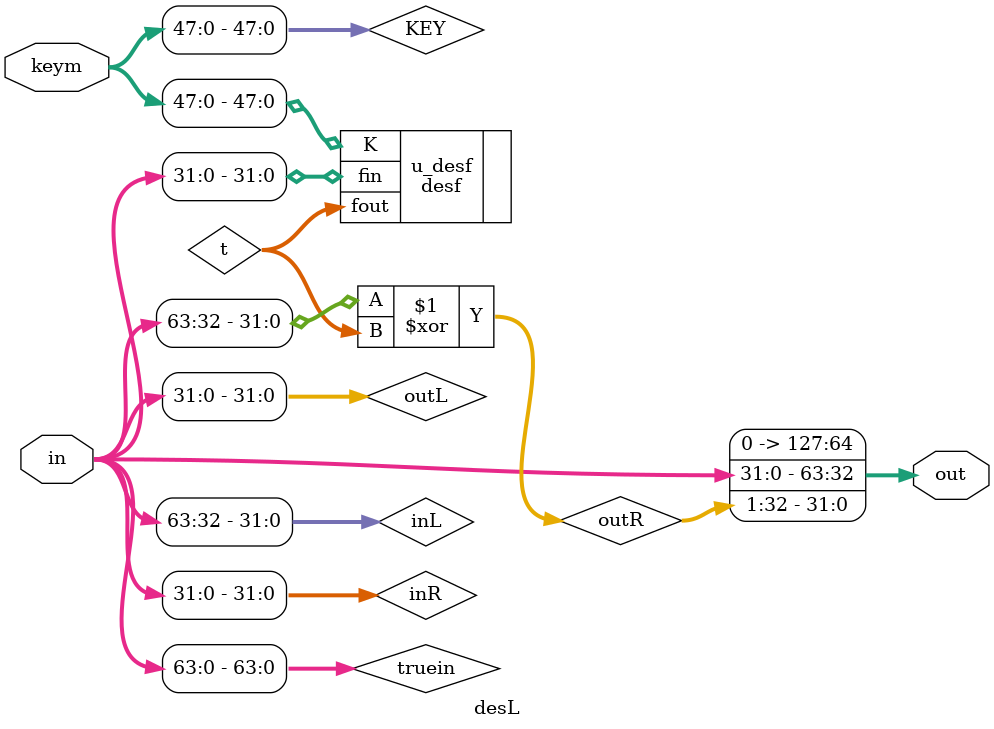
<source format=v>
`timescale 1ns / 1ps
module desL(in,keym,out);                           //DES¼ÓÃÜ½âÃÜ¹²ÓÃÒ»¸öÄ£¿é
    input [127:0] in;
    input [127:0] keym;
    output[127:0] out;
    wire  [1:64] truein;
    assign truein=in[63:0];
    wire  [1:32]    inR,outR ;  
    wire  [1:32]    inL,outL ; 
    assign inR=truein[33:64];
    assign inL=truein[1:32];                    
    wire[1:48]   KEY;
    assign KEY=keym[47:0];
    wire [1:32]  t;

    assign        outL = inR;    
    assign        outR = inL^t;  

    desf  u_desf(                                                       //ÕâÀïÃæ°üº¬ÁËSºÐ
        .fin    (inR    ) ,
        .K      (KEY    ) ,
        .fout   (t      )     
    );
    assign out={80'b0,outL,outR};                                   //²¹Î»
endmodule

</source>
